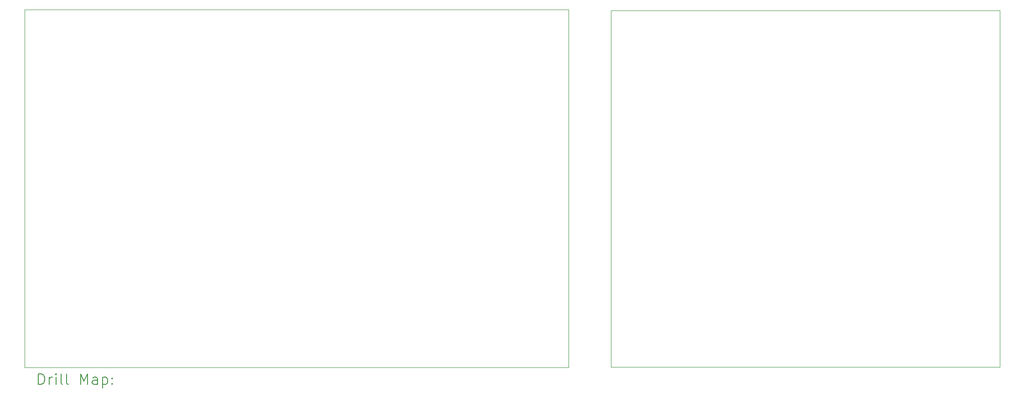
<source format=gbr>
%TF.GenerationSoftware,KiCad,Pcbnew,8.0.6*%
%TF.CreationDate,2025-05-23T10:24:35+02:00*%
%TF.ProjectId,AmplifOptoacopladorEnclosure,416d706c-6966-44f7-9074-6f61636f706c,rev?*%
%TF.SameCoordinates,Original*%
%TF.FileFunction,Drillmap*%
%TF.FilePolarity,Positive*%
%FSLAX45Y45*%
G04 Gerber Fmt 4.5, Leading zero omitted, Abs format (unit mm)*
G04 Created by KiCad (PCBNEW 8.0.6) date 2025-05-23 10:24:35*
%MOMM*%
%LPD*%
G01*
G04 APERTURE LIST*
%ADD10C,0.050000*%
%ADD11C,0.200000*%
G04 APERTURE END LIST*
D10*
X15650000Y-4230000D02*
X22870000Y-4230000D01*
X22870000Y-10850000D01*
X15650000Y-10850000D01*
X15650000Y-4230000D01*
X4760000Y-4210000D02*
X14860000Y-4210000D01*
X14860000Y-10860000D01*
X4760000Y-10860000D01*
X4760000Y-4210000D01*
D11*
X5018277Y-11173984D02*
X5018277Y-10973984D01*
X5018277Y-10973984D02*
X5065896Y-10973984D01*
X5065896Y-10973984D02*
X5094467Y-10983508D01*
X5094467Y-10983508D02*
X5113515Y-11002555D01*
X5113515Y-11002555D02*
X5123039Y-11021603D01*
X5123039Y-11021603D02*
X5132563Y-11059698D01*
X5132563Y-11059698D02*
X5132563Y-11088270D01*
X5132563Y-11088270D02*
X5123039Y-11126365D01*
X5123039Y-11126365D02*
X5113515Y-11145412D01*
X5113515Y-11145412D02*
X5094467Y-11164460D01*
X5094467Y-11164460D02*
X5065896Y-11173984D01*
X5065896Y-11173984D02*
X5018277Y-11173984D01*
X5218277Y-11173984D02*
X5218277Y-11040650D01*
X5218277Y-11078746D02*
X5227801Y-11059698D01*
X5227801Y-11059698D02*
X5237324Y-11050174D01*
X5237324Y-11050174D02*
X5256372Y-11040650D01*
X5256372Y-11040650D02*
X5275420Y-11040650D01*
X5342086Y-11173984D02*
X5342086Y-11040650D01*
X5342086Y-10973984D02*
X5332563Y-10983508D01*
X5332563Y-10983508D02*
X5342086Y-10993031D01*
X5342086Y-10993031D02*
X5351610Y-10983508D01*
X5351610Y-10983508D02*
X5342086Y-10973984D01*
X5342086Y-10973984D02*
X5342086Y-10993031D01*
X5465896Y-11173984D02*
X5446848Y-11164460D01*
X5446848Y-11164460D02*
X5437324Y-11145412D01*
X5437324Y-11145412D02*
X5437324Y-10973984D01*
X5570658Y-11173984D02*
X5551610Y-11164460D01*
X5551610Y-11164460D02*
X5542086Y-11145412D01*
X5542086Y-11145412D02*
X5542086Y-10973984D01*
X5799229Y-11173984D02*
X5799229Y-10973984D01*
X5799229Y-10973984D02*
X5865896Y-11116841D01*
X5865896Y-11116841D02*
X5932562Y-10973984D01*
X5932562Y-10973984D02*
X5932562Y-11173984D01*
X6113515Y-11173984D02*
X6113515Y-11069222D01*
X6113515Y-11069222D02*
X6103991Y-11050174D01*
X6103991Y-11050174D02*
X6084943Y-11040650D01*
X6084943Y-11040650D02*
X6046848Y-11040650D01*
X6046848Y-11040650D02*
X6027801Y-11050174D01*
X6113515Y-11164460D02*
X6094467Y-11173984D01*
X6094467Y-11173984D02*
X6046848Y-11173984D01*
X6046848Y-11173984D02*
X6027801Y-11164460D01*
X6027801Y-11164460D02*
X6018277Y-11145412D01*
X6018277Y-11145412D02*
X6018277Y-11126365D01*
X6018277Y-11126365D02*
X6027801Y-11107317D01*
X6027801Y-11107317D02*
X6046848Y-11097793D01*
X6046848Y-11097793D02*
X6094467Y-11097793D01*
X6094467Y-11097793D02*
X6113515Y-11088270D01*
X6208753Y-11040650D02*
X6208753Y-11240650D01*
X6208753Y-11050174D02*
X6227801Y-11040650D01*
X6227801Y-11040650D02*
X6265896Y-11040650D01*
X6265896Y-11040650D02*
X6284943Y-11050174D01*
X6284943Y-11050174D02*
X6294467Y-11059698D01*
X6294467Y-11059698D02*
X6303991Y-11078746D01*
X6303991Y-11078746D02*
X6303991Y-11135889D01*
X6303991Y-11135889D02*
X6294467Y-11154936D01*
X6294467Y-11154936D02*
X6284943Y-11164460D01*
X6284943Y-11164460D02*
X6265896Y-11173984D01*
X6265896Y-11173984D02*
X6227801Y-11173984D01*
X6227801Y-11173984D02*
X6208753Y-11164460D01*
X6389705Y-11154936D02*
X6399229Y-11164460D01*
X6399229Y-11164460D02*
X6389705Y-11173984D01*
X6389705Y-11173984D02*
X6380182Y-11164460D01*
X6380182Y-11164460D02*
X6389705Y-11154936D01*
X6389705Y-11154936D02*
X6389705Y-11173984D01*
X6389705Y-11050174D02*
X6399229Y-11059698D01*
X6399229Y-11059698D02*
X6389705Y-11069222D01*
X6389705Y-11069222D02*
X6380182Y-11059698D01*
X6380182Y-11059698D02*
X6389705Y-11050174D01*
X6389705Y-11050174D02*
X6389705Y-11069222D01*
M02*

</source>
